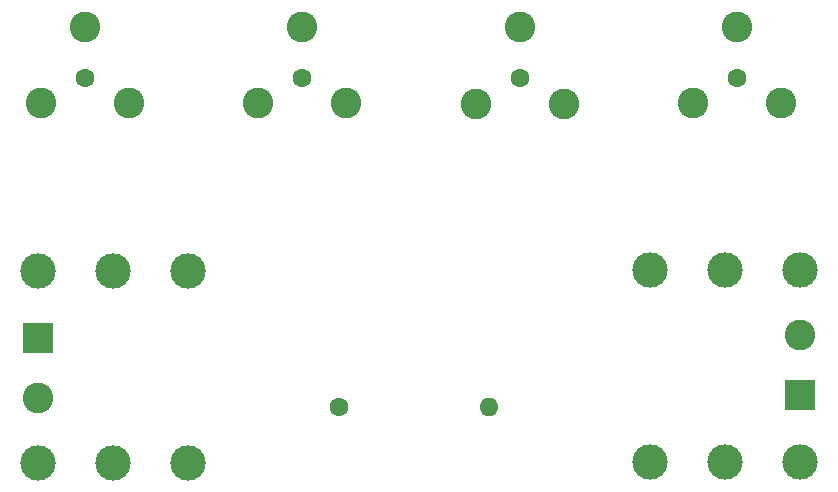
<source format=gbs>
%TF.GenerationSoftware,KiCad,Pcbnew,7.0.1*%
%TF.CreationDate,2023-07-22T01:41:38+01:00*%
%TF.ProjectId,QA403 Impedance Fixture,51413430-3320-4496-9d70-6564616e6365,rev?*%
%TF.SameCoordinates,Original*%
%TF.FileFunction,Soldermask,Bot*%
%TF.FilePolarity,Negative*%
%FSLAX46Y46*%
G04 Gerber Fmt 4.6, Leading zero omitted, Abs format (unit mm)*
G04 Created by KiCad (PCBNEW 7.0.1) date 2023-07-22 01:41:38*
%MOMM*%
%LPD*%
G01*
G04 APERTURE LIST*
%ADD10C,1.605000*%
%ADD11C,2.595000*%
%ADD12C,3.000000*%
%ADD13R,2.600000X2.600000*%
%ADD14C,2.600000*%
%ADD15C,1.600000*%
%ADD16O,1.600000X1.600000*%
G04 APERTURE END LIST*
D10*
%TO.C,J6*%
X139700000Y-34165000D03*
D11*
X139700000Y-29845000D03*
X143430000Y-36325000D03*
X135970000Y-36325000D03*
%TD*%
D10*
%TO.C,J3*%
X121300396Y-34210000D03*
D11*
X121300396Y-29890000D03*
X125030396Y-36370000D03*
X117570396Y-36370000D03*
%TD*%
D10*
%TO.C,J5*%
X102900793Y-34165000D03*
D11*
X102900793Y-29845000D03*
X106630793Y-36325000D03*
X99170793Y-36325000D03*
%TD*%
D12*
%TO.C,J1*%
X86835000Y-66730000D03*
X86835000Y-50500000D03*
X80485000Y-66730000D03*
D13*
X80519000Y-56168000D03*
D12*
X80485000Y-50500000D03*
X93185000Y-66730000D03*
D14*
X80519000Y-61248000D03*
D12*
X93185000Y-50500000D03*
%TD*%
D15*
%TO.C,R4*%
X106000000Y-62000000D03*
D16*
X118700000Y-62000000D03*
%TD*%
D12*
%TO.C,J2*%
X138684000Y-50438000D03*
X138684000Y-66668000D03*
X145034000Y-50438000D03*
D13*
X145000000Y-61000000D03*
D12*
X145034000Y-66668000D03*
X132334000Y-50438000D03*
D14*
X145000000Y-55920000D03*
D12*
X132334000Y-66668000D03*
%TD*%
D10*
%TO.C,J4*%
X84455000Y-34165000D03*
D11*
X84455000Y-29845000D03*
X88185000Y-36325000D03*
X80725000Y-36325000D03*
%TD*%
M02*

</source>
